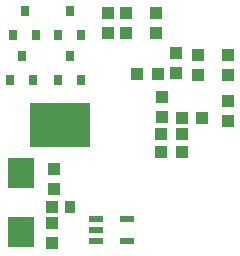
<source format=gbp>
G75*
G70*
%OFA0B0*%
%FSLAX24Y24*%
%IPPOS*%
%LPD*%
%AMOC8*
5,1,8,0,0,1.08239X$1,22.5*
%
%ADD10R,0.0394X0.0433*%
%ADD11R,0.0433X0.0394*%
%ADD12R,0.0310X0.0350*%
%ADD13R,0.0866X0.1024*%
%ADD14R,0.0382X0.0394*%
%ADD15R,0.0398X0.0394*%
%ADD16R,0.0472X0.0236*%
%ADD17R,0.2000X0.1500*%
D10*
X009524Y001225D03*
X009524Y001895D03*
X015404Y005295D03*
X015404Y005965D03*
X015404Y006845D03*
X014374Y006845D03*
X013654Y006895D03*
X013654Y007565D03*
X014374Y007515D03*
X015404Y007515D03*
X013004Y008245D03*
X013004Y008915D03*
X012004Y008915D03*
X011404Y008915D03*
X011404Y008245D03*
X012004Y008245D03*
X013204Y006115D03*
X013204Y005445D03*
D11*
X013839Y005390D03*
X014509Y005390D03*
X013839Y004880D03*
X013169Y004880D03*
X013169Y004280D03*
X013839Y004280D03*
X009604Y003715D03*
X009604Y003045D03*
X012369Y006880D03*
X013039Y006880D03*
D12*
X010494Y006680D03*
X009734Y006680D03*
X008894Y006680D03*
X008134Y006680D03*
X008514Y007480D03*
X008234Y008180D03*
X008994Y008180D03*
X009734Y008180D03*
X010494Y008180D03*
X010114Y007480D03*
X010114Y008980D03*
X008614Y008980D03*
D13*
X008504Y001596D03*
X008504Y003564D03*
D14*
X010105Y002430D03*
D15*
X009507Y002430D03*
D16*
X010990Y002054D03*
X010990Y001680D03*
X010990Y001306D03*
X012018Y001306D03*
X012018Y002054D03*
D17*
X009795Y005181D03*
M02*

</source>
